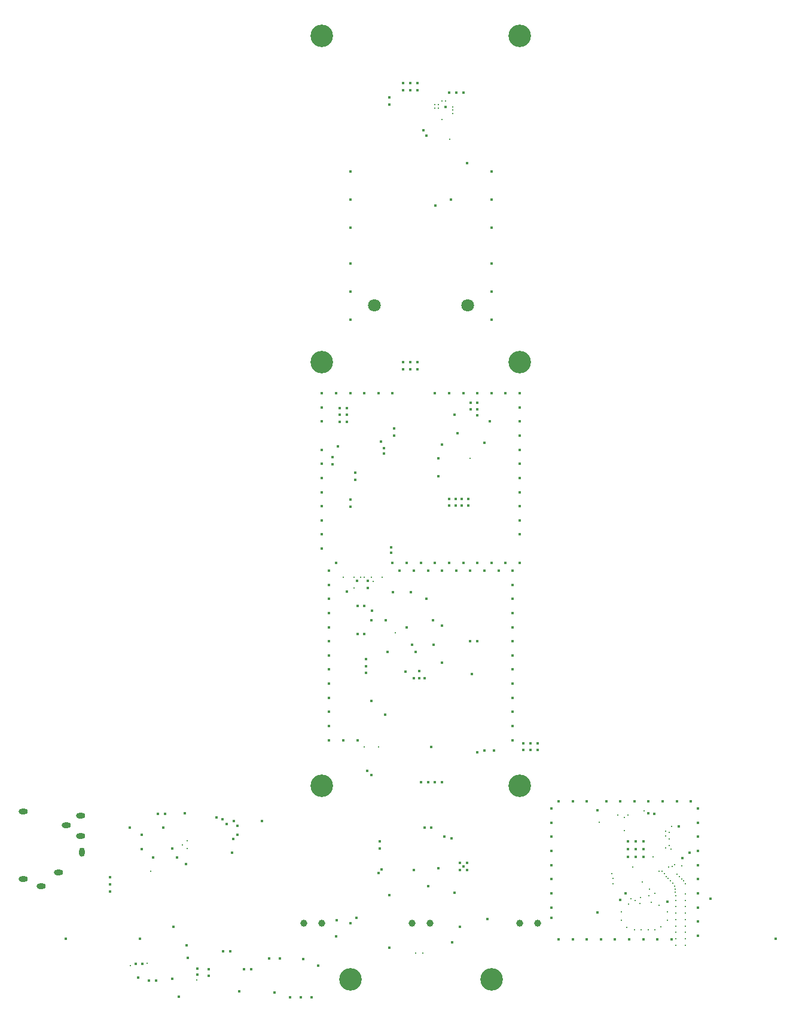
<source format=gbr>
%TF.GenerationSoftware,Altium Limited,Altium Designer,22.5.1 (42)*%
G04 Layer_Color=0*
%FSLAX45Y45*%
%MOMM*%
%TF.SameCoordinates,09306DCC-7258-43E0-A79C-DC35209E08F8*%
%TF.FilePolarity,Positive*%
%TF.FileFunction,Plated,1,4,PTH,Drill*%
%TF.Part,Single*%
G01*
G75*
%TA.AperFunction,ComponentDrill*%
%ADD209C,1.00000*%
%ADD210O,1.30000X0.80000*%
%ADD211O,0.80000X1.30000*%
%TA.AperFunction,OtherDrill,Pad Free-0 (-14mm,46.25mm)*%
%ADD212C,3.20000*%
%TA.AperFunction,OtherDrill,Pad Free-0 (14mm,46.25mm)*%
%ADD213C,3.20000*%
%TA.AperFunction,OtherDrill,Pad Free-0 (-14mm,0mm)*%
%ADD214C,3.20000*%
%TA.AperFunction,OtherDrill,Pad Free-0 (14mm,0mm)*%
%ADD215C,3.20000*%
%TA.AperFunction,OtherDrill,Pad Free-0 (-14mm,-60mm)*%
%ADD216C,3.20000*%
%TA.AperFunction,OtherDrill,Pad Free-0 (14mm,-60mm)*%
%ADD217C,3.20000*%
%TA.AperFunction,OtherDrill,Pad Free-0 (10mm,-87.5mm)*%
%ADD218C,3.20000*%
%TA.AperFunction,OtherDrill,Pad Free-0 (-10mm,-87.5mm)*%
%ADD219C,3.20000*%
%TA.AperFunction,ComponentDrill*%
%ADD220C,1.80000*%
%TA.AperFunction,ViaDrill,NotFilled*%
%ADD221C,0.20000*%
%ADD222C,0.40000*%
D209*
X-1654000Y-7950000D02*
D03*
X-1400000D02*
D03*
X127000Y-7950000D02*
D03*
X-127000D02*
D03*
X1400001Y-7950000D02*
D03*
X1654001D02*
D03*
D210*
X-5375000Y-7425000D02*
D03*
X-5625000Y-6365000D02*
D03*
X-4815000Y-6425000D02*
D03*
X-5015000Y-6565000D02*
D03*
X-5625000Y-7325000D02*
D03*
X-4815000Y-6715000D02*
D03*
X-5125000Y-7235000D02*
D03*
D211*
X-4795000Y-6945000D02*
D03*
D212*
X-1400000Y4625000D02*
D03*
D213*
X1400000D02*
D03*
D214*
X-1400000Y0D02*
D03*
D215*
X1400000D02*
D03*
D216*
X-1400000Y-6000000D02*
D03*
D217*
X1400000D02*
D03*
D218*
X1000000Y-8750000D02*
D03*
D219*
X-1000000D02*
D03*
D220*
X-660000Y800000D02*
D03*
X660000Y800000D02*
D03*
D221*
X404904Y3154618D02*
D03*
X3462533Y-6648866D02*
D03*
X3460776Y-6880372D02*
D03*
X25001Y-8374938D02*
D03*
X-74999Y-8374938D02*
D03*
X3029970Y-7626690D02*
D03*
X2971901Y-7604645D02*
D03*
X2700000Y-7250000D02*
D03*
X3135385Y-7369227D02*
D03*
X-675401Y-3105747D02*
D03*
X-550000Y-3050000D02*
D03*
X-800000D02*
D03*
X-700000D02*
D03*
X-950000Y-3200000D02*
D03*
X-1100000Y-3050000D02*
D03*
X-950000D02*
D03*
X-850000D02*
D03*
X2521428Y-6517725D02*
D03*
X2880265Y-6642855D02*
D03*
X350000Y3700000D02*
D03*
X300000D02*
D03*
X300256Y3435767D02*
D03*
X200000Y3650000D02*
D03*
X3157023Y-6359903D02*
D03*
X3467718Y-6719140D02*
D03*
X3748528Y-8262356D02*
D03*
X3608547D02*
D03*
X3748528Y-8171556D02*
D03*
X3608547D02*
D03*
X3748528Y-8080757D02*
D03*
X3608547D02*
D03*
X3748528Y-7989957D02*
D03*
X3608547D02*
D03*
X-358830Y-3833172D02*
D03*
X-3825707Y-7215001D02*
D03*
X-3312536Y-6888986D02*
D03*
X-3371872Y-6845000D02*
D03*
X-3312329Y-6786567D02*
D03*
X3606080Y-7558802D02*
D03*
X3608547Y-7899158D02*
D03*
Y-7808359D02*
D03*
Y-7717559D02*
D03*
Y-7626760D02*
D03*
X3748528D02*
D03*
Y-7717559D02*
D03*
Y-7808359D02*
D03*
Y-7899158D02*
D03*
X-3176264Y-8754044D02*
D03*
X-4110333Y-8549867D02*
D03*
X-3875501Y-8517852D02*
D03*
X3518518Y-6667744D02*
D03*
Y-6757744D02*
D03*
Y-6847744D02*
D03*
X-600000Y-5450000D02*
D03*
X-800000D02*
D03*
X3555206Y-7143841D02*
D03*
X3509311Y-7151214D02*
D03*
X3600480Y-7466971D02*
D03*
X3603280Y-7512887D02*
D03*
X3368888Y-7212358D02*
D03*
X2717391Y-7393377D02*
D03*
X3003231Y-7151946D02*
D03*
X2717391Y-7317245D02*
D03*
X250000Y3650000D02*
D03*
Y3600000D02*
D03*
X200000D02*
D03*
X450501Y3617852D02*
D03*
Y3567852D02*
D03*
X450502Y3517852D02*
D03*
X2928052Y-6417806D02*
D03*
X2876866Y-6456430D02*
D03*
X2786287Y-6420923D02*
D03*
X3286542Y-7015608D02*
D03*
X3748528Y-7535960D02*
D03*
X3487125Y-7912714D02*
D03*
Y-7786643D02*
D03*
X2938304Y-7681596D02*
D03*
X2839931Y-7786655D02*
D03*
Y-7912726D02*
D03*
X2910607Y-8010145D02*
D03*
X3021396Y-8047393D02*
D03*
X3119769D02*
D03*
X3218143D02*
D03*
X3316516D02*
D03*
X3395348Y-7998665D02*
D03*
X3371333Y-7695288D02*
D03*
X3261548Y-7657550D02*
D03*
X3109272Y-7586165D02*
D03*
X3096731Y-7667942D02*
D03*
X3227623Y-7561114D02*
D03*
X3548528Y-6577735D02*
D03*
X3744413Y-7393622D02*
D03*
X3721713Y-7354305D02*
D03*
X3690322Y-7137461D02*
D03*
X3689611Y-7322203D02*
D03*
X3657508Y-7290100D02*
D03*
X3625406Y-7257997D02*
D03*
X3541894Y-6904662D02*
D03*
X3316158Y-7528020D02*
D03*
X3565935Y-7383296D02*
D03*
X3233903Y-7468564D02*
D03*
X3588635Y-7422613D02*
D03*
X3501730Y-7319091D02*
D03*
X3469628Y-7286988D02*
D03*
X3446928Y-7247671D02*
D03*
X3414825Y-7215568D02*
D03*
X3594211Y-7117696D02*
D03*
X3533833Y-7351193D02*
D03*
X699499Y-1367852D02*
D03*
D222*
X50501Y-4480948D02*
D03*
X3300000Y-6400000D02*
D03*
X550000Y-8000000D02*
D03*
X-1189916Y-7905632D02*
D03*
X-1250000Y-1350000D02*
D03*
Y-1450000D02*
D03*
X-2675000Y-6950000D02*
D03*
X-1450000Y-8550000D02*
D03*
X-1000000Y-2050000D02*
D03*
Y-1950000D02*
D03*
X444137Y-8224565D02*
D03*
X-450000Y-8300000D02*
D03*
X940000Y-7890020D02*
D03*
X-1000000Y-7950000D02*
D03*
X-915182Y-7874129D02*
D03*
X-557904Y-7185261D02*
D03*
X-599521Y-7241253D02*
D03*
X-4400000Y-7400000D02*
D03*
Y-7500000D02*
D03*
Y-7300000D02*
D03*
X-3650000Y-6600000D02*
D03*
X-3950000Y-6900000D02*
D03*
X0Y-5950000D02*
D03*
X100000D02*
D03*
X200000D02*
D03*
X300000D02*
D03*
X-757500Y-5795000D02*
D03*
X-700000Y-5850000D02*
D03*
X-2656377Y-6759690D02*
D03*
X-2250000Y-6500000D02*
D03*
X-1197500Y-8140000D02*
D03*
X-400522Y-2842864D02*
D03*
X-750000Y-3198347D02*
D03*
Y-3100000D02*
D03*
X-425000Y-2625000D02*
D03*
X-1050000Y-3250000D02*
D03*
X-900000Y-3100000D02*
D03*
X-1000000Y2300000D02*
D03*
X-1000000Y2700001D02*
D03*
X1000000Y2700000D02*
D03*
Y2300001D02*
D03*
X-1000000Y1900000D02*
D03*
X1000000Y1900001D02*
D03*
X799492Y-442855D02*
D03*
X-2650000Y-6500000D02*
D03*
X-2747607Y-6550000D02*
D03*
X-2808730Y-6477100D02*
D03*
X-2896500Y-6450657D02*
D03*
X-3500000Y-8000000D02*
D03*
X2500000Y-7800000D02*
D03*
X1450000Y-5500000D02*
D03*
X1550000D02*
D03*
X1650000Y-5400000D02*
D03*
Y-5500000D02*
D03*
X1450000Y-5400000D02*
D03*
X1550000D02*
D03*
X201791Y2217732D02*
D03*
X650492Y2817850D02*
D03*
X-450010Y3649990D02*
D03*
X-450011Y3749990D02*
D03*
X422500Y2300000D02*
D03*
X76612Y3209783D02*
D03*
X36340Y3286259D02*
D03*
X-700000Y-4800000D02*
D03*
X5025000Y-8175000D02*
D03*
X-5025000Y-8175000D02*
D03*
X-3975000D02*
D03*
X3923530Y-8127741D02*
D03*
X-3314425Y-8262601D02*
D03*
X-2700000Y-8350000D02*
D03*
X-2800000D02*
D03*
X-1000000Y600000D02*
D03*
X-1000000Y1000001D02*
D03*
X-1000000Y1400001D02*
D03*
X1000000Y1400001D02*
D03*
Y1000001D02*
D03*
Y600000D02*
D03*
X2500000Y-6350000D02*
D03*
X4100000Y-7600000D02*
D03*
X-400498Y-442851D02*
D03*
X-600499Y-442852D02*
D03*
X1300502Y-3157149D02*
D03*
X700498Y-2957148D02*
D03*
X-250001Y3949999D02*
D03*
X-250002Y3849999D02*
D03*
X-150001Y3949999D02*
D03*
X-150000Y3849999D02*
D03*
X-50001Y3949999D02*
D03*
X-50000Y3850000D02*
D03*
X-250000Y0D02*
D03*
X-250000Y-100000D02*
D03*
X-150000Y0D02*
D03*
X-150000Y-100000D02*
D03*
X-50000Y0D02*
D03*
X-49999Y-100000D02*
D03*
X-1150000Y-850000D02*
D03*
X-1050000D02*
D03*
X-1150000Y-750000D02*
D03*
X-1050000D02*
D03*
X-1150000Y-650000D02*
D03*
X-1050000D02*
D03*
X-2400000Y-8600000D02*
D03*
X-2570157Y-8916204D02*
D03*
X-2500000Y-8600000D02*
D03*
X-2000000Y-8450000D02*
D03*
X-2150000D02*
D03*
X-1668762Y-8457257D02*
D03*
X3800000Y-6950000D02*
D03*
X3215375Y-6396975D02*
D03*
X2623504Y-6227765D02*
D03*
X2823506Y-6227764D02*
D03*
X3023508Y-6227763D02*
D03*
X3223511Y-6227761D02*
D03*
X3423513Y-6227760D02*
D03*
X3623515Y-6227759D02*
D03*
X-2075000Y-8930000D02*
D03*
X-1550000Y-9000001D02*
D03*
X-579999Y-6894938D02*
D03*
X-1700000Y-9000000D02*
D03*
X-425000Y-2700000D02*
D03*
X150000Y-5450000D02*
D03*
X1300501Y-5357147D02*
D03*
Y-5157147D02*
D03*
Y-4957147D02*
D03*
Y-4757147D02*
D03*
Y-4557147D02*
D03*
X-99499Y-4480948D02*
D03*
X-21999Y-4480947D02*
D03*
X723542Y-4422443D02*
D03*
X-216999Y-4387147D02*
D03*
X-21999Y-4381747D02*
D03*
X1300501Y-4357147D02*
D03*
X-774499Y-4307147D02*
D03*
X-1299499Y-5357147D02*
D03*
X-1099499D02*
D03*
X-899499D02*
D03*
X-1299499Y-5157147D02*
D03*
X-509606Y-4994683D02*
D03*
X-1299499Y-4957148D02*
D03*
Y-4757148D02*
D03*
Y-4557148D02*
D03*
X-774499Y-4407147D02*
D03*
X-1299499Y-4357148D02*
D03*
X800502Y-5532147D02*
D03*
X900501Y-5507147D02*
D03*
X1037209Y-5503991D02*
D03*
X-774499Y-4207147D02*
D03*
X-1299499Y-4157148D02*
D03*
X-474499Y-4107147D02*
D03*
X-899496Y-3857150D02*
D03*
X-799496D02*
D03*
X-702160Y-3658282D02*
D03*
X-499499Y-3657147D02*
D03*
X-1299499Y-3557148D02*
D03*
X-695740Y-3520120D02*
D03*
X-799496Y-3457150D02*
D03*
X-899496D02*
D03*
X-1299499Y-3357148D02*
D03*
Y-3157148D02*
D03*
Y-2957148D02*
D03*
Y-3757148D02*
D03*
Y-3957148D02*
D03*
X300501Y-4257147D02*
D03*
X-74499Y-4107147D02*
D03*
X-124499Y-4007147D02*
D03*
X180501D02*
D03*
X-199499Y-3757147D02*
D03*
X300501Y-3732147D02*
D03*
X175501Y-3657147D02*
D03*
X75501Y-3357147D02*
D03*
X-144499Y-3257148D02*
D03*
X-399499Y-3257147D02*
D03*
X-99500Y-2957148D02*
D03*
X-299500D02*
D03*
X100500D02*
D03*
X300500D02*
D03*
X1300501Y-4157148D02*
D03*
X700494Y-3957147D02*
D03*
X1300501D02*
D03*
X800501D02*
D03*
X1300501Y-3757147D02*
D03*
Y-3557147D02*
D03*
Y-3357147D02*
D03*
X500499Y-2957148D02*
D03*
X900499D02*
D03*
X1100499D02*
D03*
X1300501Y-2957147D02*
D03*
X2820264Y-7621515D02*
D03*
X-3450003Y-7021558D02*
D03*
X-3794258Y-7016062D02*
D03*
X-3344489Y-6391279D02*
D03*
X-3950000Y-6700000D02*
D03*
X-3618798Y-6399990D02*
D03*
X-4118797Y-6599991D02*
D03*
X-3326307Y-7115859D02*
D03*
X-3522828Y-6895575D02*
D03*
X-2600000Y-6572999D02*
D03*
X-2600000Y-6700000D02*
D03*
X3923530Y-7927738D02*
D03*
X1848528Y-7727734D02*
D03*
X1848532Y-7877734D02*
D03*
X400502Y3817851D02*
D03*
X500501Y3817852D02*
D03*
X600501Y3817852D02*
D03*
X350501Y3617852D02*
D03*
X3648528Y-6577734D02*
D03*
X3823518Y-6227758D02*
D03*
X3923526Y-6327733D02*
D03*
X3923528Y-6527737D02*
D03*
X3923529Y-6727739D02*
D03*
X3923520Y-6927721D02*
D03*
X3923522Y-7127724D02*
D03*
X3923524Y-7327728D02*
D03*
X3923526Y-7527731D02*
D03*
X2928528Y-7007734D02*
D03*
Y-6897734D02*
D03*
Y-6787734D02*
D03*
X3038528D02*
D03*
X3148528D02*
D03*
X3038528Y-7007734D02*
D03*
X3148528D02*
D03*
X3038528Y-6897734D02*
D03*
X1848519Y-6527713D02*
D03*
X2898528Y-7527734D02*
D03*
X2348509Y-6227743D02*
D03*
X1948504Y-6227745D02*
D03*
X1848518Y-6327711D02*
D03*
X2148506Y-6227744D02*
D03*
X3923528Y-7727735D02*
D03*
X3698528Y-7027734D02*
D03*
X1848530Y-7327739D02*
D03*
X1848529Y-7127737D02*
D03*
X1848521Y-6927718D02*
D03*
X1848520Y-6727716D02*
D03*
X3548530Y-8177734D02*
D03*
X3488525Y-7647744D02*
D03*
X3348530Y-8177734D02*
D03*
X3148530D02*
D03*
X2948530D02*
D03*
X2748530D02*
D03*
X2548530D02*
D03*
X2348530D02*
D03*
X2148530D02*
D03*
X1948528Y-8177734D02*
D03*
X1848531Y-7527742D02*
D03*
X3148528Y-6897734D02*
D03*
X898959Y-1142852D02*
D03*
X974509Y-842843D02*
D03*
X-4000501Y-8717852D02*
D03*
X-525501Y-1292852D02*
D03*
X-925501Y-1567852D02*
D03*
X-562726Y-1123112D02*
D03*
X-925501Y-1667852D02*
D03*
X-3720000Y-6400000D02*
D03*
X430011Y-6744939D02*
D03*
X475001Y-7519938D02*
D03*
X-450000Y-7550000D02*
D03*
X-99999Y-7194938D02*
D03*
X250001Y-7169938D02*
D03*
X-525501Y-1217852D02*
D03*
X-1175501Y-1192852D02*
D03*
X474499Y-742852D02*
D03*
X521934Y-1012254D02*
D03*
X249489Y-1367861D02*
D03*
X249480Y-1617851D02*
D03*
X299499Y-1167852D02*
D03*
X-375511Y-1042862D02*
D03*
Y-942862D02*
D03*
X-3300501Y-8442852D02*
D03*
X-3850510Y-8767850D02*
D03*
X-3750492Y-8767862D02*
D03*
X-3517666Y-8741105D02*
D03*
X-3425492Y-8992862D02*
D03*
X199492Y-442855D02*
D03*
X399494Y-442854D02*
D03*
X599496Y-442853D02*
D03*
X999494Y-442854D02*
D03*
X1199496Y-442853D02*
D03*
X-800526Y-442849D02*
D03*
X-1200531Y-442851D02*
D03*
X-1000529Y-442850D02*
D03*
X-1400539Y-642840D02*
D03*
X-1400540Y-442838D02*
D03*
X-1400538Y-842843D02*
D03*
X-1400535Y-1442850D02*
D03*
X-1400536Y-1242847D02*
D03*
X-1400539Y-1842840D02*
D03*
X-1400540Y-1642838D02*
D03*
X-1400537Y-2242845D02*
D03*
X-1400538Y-2042843D02*
D03*
X-1400535Y-2642850D02*
D03*
X-1400536Y-2442848D02*
D03*
X-1200531Y-2842868D02*
D03*
X-517Y-2842862D02*
D03*
X-200519Y-2842863D02*
D03*
X399488Y-2842860D02*
D03*
X199486Y-2842861D02*
D03*
X799493Y-2842858D02*
D03*
X599490Y-2842859D02*
D03*
X999495Y-2842857D02*
D03*
X1199497Y-2842856D02*
D03*
X1399500Y-2842855D02*
D03*
X1399509Y-2442876D02*
D03*
X1399508Y-2242874D02*
D03*
X1399507Y-2042871D02*
D03*
X1399506Y-1842869D02*
D03*
X1399505Y-1642867D02*
D03*
X1399504Y-1442864D02*
D03*
X1399503Y-1242862D02*
D03*
X1399502Y-1042859D02*
D03*
X1399501Y-842857D02*
D03*
X1399499Y-442852D02*
D03*
X1399500Y-642855D02*
D03*
X669498Y-2032852D02*
D03*
Y-1942852D02*
D03*
X650001Y-7194938D02*
D03*
X550002Y-7094938D02*
D03*
X650001D02*
D03*
X600001Y-7144937D02*
D03*
X-1850000Y-9000000D02*
D03*
X579498Y-2032852D02*
D03*
X489499D02*
D03*
X399499D02*
D03*
Y-1942852D02*
D03*
X489499D02*
D03*
X579498D02*
D03*
X-579999Y-6794939D02*
D03*
X550001Y-7194938D02*
D03*
X-4033418Y-8526254D02*
D03*
X-3944083Y-8526253D02*
D03*
X-3160762Y-8683267D02*
D03*
Y-8592952D02*
D03*
X795419Y-756840D02*
D03*
X706083Y-667505D02*
D03*
X795418D02*
D03*
X706083Y-578171D02*
D03*
X795418D02*
D03*
X-3007148Y-8600501D02*
D03*
Y-8700501D02*
D03*
X330004Y-6724929D02*
D03*
X150001Y-6594939D02*
D03*
X50001Y-6594938D02*
D03*
X100001Y-7424938D02*
D03*
%TF.MD5,501b9912a74aa766066724bf669b1f73*%
M02*

</source>
